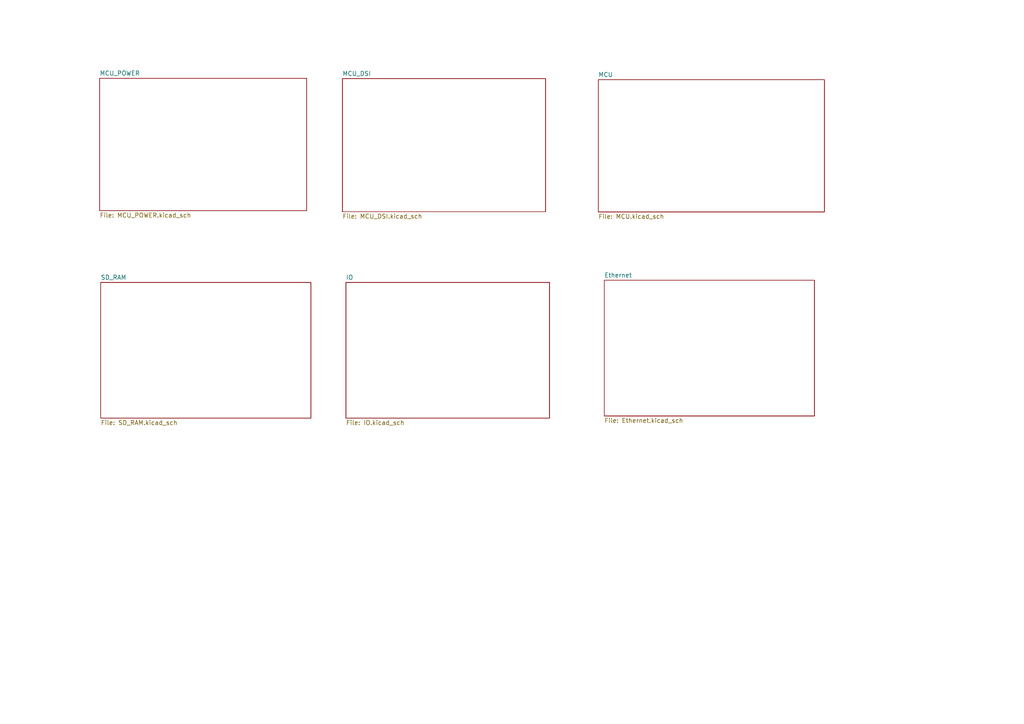
<source format=kicad_sch>
(kicad_sch (version 20230121) (generator eeschema)
  (paper "A4")
  (lib_symbols)
  (sheet (at 173.5328 23.114) (size 65.5828 38.354) (stroke (width 0.1524))
    (property "Sheetname" "MCU" (at 173.5328 22.4024 0) (effects (justify left bottom)))
    (property "Sheetfile" "MCU.kicad_sch" (at 173.5328 62.0526 0) (effects (justify left top)))
  )
  (sheet (at 99.314 22.8092) (size 58.928 38.608) (stroke (width 0.1524))
    (property "Sheetname" "MCU_DSI" (at 99.314 22.0976 0) (effects (justify left bottom)))
    (property "Sheetfile" "MCU_DSI.kicad_sch" (at 99.314 62.0018 0) (effects (justify left top)))
  )
  (sheet (at 28.9052 22.7076) (size 60.0456 38.4048) (stroke (width 0.1524))
    (property "Sheetname" "MCU_POWER" (at 28.9052 21.996 0) (effects (justify left bottom)))
    (property "Sheetfile" "MCU_POWER.kicad_sch" (at 28.9052 61.697 0) (effects (justify left top)))
  )
  (sheet (at 29.21 81.915) (size 60.96 39.37) (stroke (width 0.1524))
    (property "Sheetname" "SD_RAM" (at 29.21 81.2034 0) (effects (justify left bottom)))
    (property "Sheetfile" "SD_RAM.kicad_sch" (at 29.21 121.8696 0) (effects (justify left top)))
  )
  (sheet (at 100.33 81.915) (size 59.055 39.37) (stroke (width 0.1524))
    (property "Sheetname" "IO" (at 100.33 81.2034 0) (effects (justify left bottom)))
    (property "Sheetfile" "IO.kicad_sch" (at 100.33 121.8696 0) (effects (justify left top)))
  )
  (sheet (at 175.26 81.28) (size 60.96 39.37) (stroke (width 0.1524))
    (property "Sheetname" "Ethernet" (at 175.26 80.5684 0) (effects (justify left bottom)))
    (property "Sheetfile" "Ethernet.kicad_sch" (at 175.26 121.2346 0) (effects (justify left top)))
  )
)
</source>
